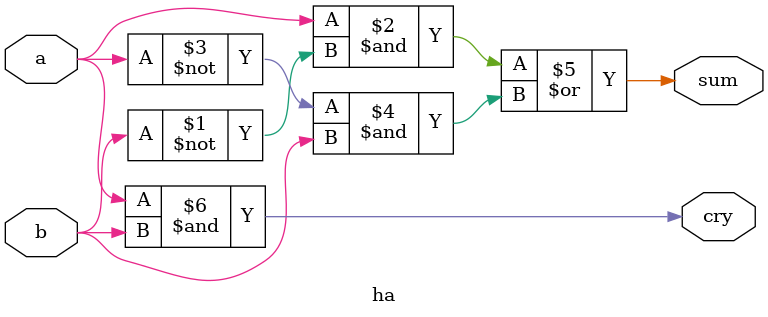
<source format=v>
`default_nettype none

module ha(
    input  wire a, b,
    output wire sum, cry);

    assign sum = (a & ~b) | (~a & b);
    assign cry = a & b;

endmodule

</source>
